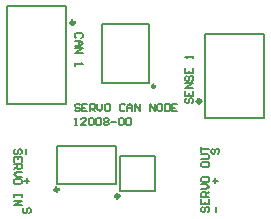
<source format=gto>
%FSAX24Y24*%
%MOIN*%
G70*
G01*
G75*
G04 Layer_Color=65535*
%ADD10R,0.0866X0.0394*%
%ADD11R,0.0669X0.0236*%
%ADD12R,0.0236X0.0197*%
%ADD13R,0.0630X0.0551*%
%ADD14R,0.0169X0.0433*%
%ADD15R,0.0197X0.0217*%
%ADD16R,0.0354X0.0472*%
%ADD17R,0.0787X0.0236*%
%ADD18C,0.0080*%
%ADD19C,0.0400*%
%ADD20C,0.0160*%
%ADD21C,0.0598*%
%ADD22C,0.0181*%
%ADD23R,0.0236X0.0669*%
%ADD24R,0.0394X0.0866*%
%ADD25R,0.0217X0.0197*%
%ADD26R,0.0197X0.0236*%
%ADD27R,0.0315X0.0295*%
%ADD28R,0.1654X0.1654*%
%ADD29R,0.0335X0.0157*%
%ADD30R,0.0157X0.0335*%
%ADD31C,0.0100*%
%ADD32C,0.0138*%
%ADD33C,0.0098*%
%ADD34C,0.0051*%
%ADD35C,0.0079*%
%ADD36C,0.0050*%
D32*
X012209Y016787D02*
G03*
X012209Y016787I-000061J000000D01*
G01*
X016423Y014171D02*
G03*
X016423Y014171I-000061J000000D01*
G01*
X011671Y011223D02*
G03*
X011671Y011223I-000056J000000D01*
G01*
X013694Y011004D02*
G03*
X013694Y011004I-000056J000000D01*
G01*
D33*
X014894Y014665D02*
G03*
X014894Y014665I-000049J000000D01*
G01*
D34*
X009969Y014062D02*
Y017353D01*
X009970Y017354D01*
X011935D01*
X011940Y017349D01*
Y014062D02*
Y017349D01*
X009969Y014062D02*
X011940D01*
X016574Y016398D02*
X018541D01*
X016570Y016394D02*
X016574Y016398D01*
X016570Y013609D02*
Y016394D01*
Y013609D02*
X016575Y013604D01*
X018540D01*
X018541Y013605D01*
Y016398D01*
X011616Y012680D02*
X013584D01*
Y011420D02*
Y012680D01*
X011616Y011420D02*
X013584D01*
X011616D02*
Y012680D01*
X013717Y011161D02*
Y012342D01*
Y011161D02*
X014899D01*
Y012342D01*
X013717D02*
X014899D01*
D35*
X013113Y016734D02*
X014687D01*
X013113Y014766D02*
X014687D01*
X013113D02*
Y016734D01*
X014687Y014766D02*
Y016734D01*
D36*
X012222Y013359D02*
X012305D01*
X012263D01*
Y013609D01*
X012222Y013567D01*
X012596Y013359D02*
X012430D01*
X012596Y013525D01*
Y013567D01*
X012555Y013609D01*
X012472D01*
X012430Y013567D01*
X012680D02*
X012721Y013609D01*
X012805D01*
X012846Y013567D01*
Y013400D01*
X012805Y013359D01*
X012721D01*
X012680Y013400D01*
Y013567D01*
X012930D02*
X012971Y013609D01*
X013055D01*
X013096Y013567D01*
Y013400D01*
X013055Y013359D01*
X012971D01*
X012930Y013400D01*
Y013567D01*
X013180D02*
X013221Y013609D01*
X013305D01*
X013346Y013567D01*
Y013525D01*
X013305Y013484D01*
X013346Y013442D01*
Y013400D01*
X013305Y013359D01*
X013221D01*
X013180Y013400D01*
Y013442D01*
X013221Y013484D01*
X013180Y013525D01*
Y013567D01*
X013221Y013484D02*
X013305D01*
X013430D02*
X013596D01*
X013679Y013567D02*
X013721Y013609D01*
X013804D01*
X013846Y013567D01*
Y013400D01*
X013804Y013359D01*
X013721D01*
X013679Y013400D01*
Y013567D01*
X013929D02*
X013971Y013609D01*
X014054D01*
X014096Y013567D01*
Y013400D01*
X014054Y013359D01*
X013971D01*
X013929Y013400D01*
Y013567D01*
X012388Y014038D02*
X012347Y014079D01*
X012263D01*
X012222Y014038D01*
Y013996D01*
X012263Y013954D01*
X012347D01*
X012388Y013913D01*
Y013871D01*
X012347Y013829D01*
X012263D01*
X012222Y013871D01*
X012638Y014079D02*
X012472D01*
Y013829D01*
X012638D01*
X012472Y013954D02*
X012555D01*
X012721Y013829D02*
Y014079D01*
X012846D01*
X012888Y014038D01*
Y013954D01*
X012846Y013913D01*
X012721D01*
X012805D02*
X012888Y013829D01*
X012971Y014079D02*
Y013913D01*
X013055Y013829D01*
X013138Y013913D01*
Y014079D01*
X013346D02*
X013263D01*
X013221Y014038D01*
Y013871D01*
X013263Y013829D01*
X013346D01*
X013388Y013871D01*
Y014038D01*
X013346Y014079D01*
X013888Y014038D02*
X013846Y014079D01*
X013763D01*
X013721Y014038D01*
Y013871D01*
X013763Y013829D01*
X013846D01*
X013888Y013871D01*
X013971Y013829D02*
Y013996D01*
X014054Y014079D01*
X014138Y013996D01*
Y013829D01*
Y013954D01*
X013971D01*
X014221Y013829D02*
Y014079D01*
X014388Y013829D01*
Y014079D01*
X014721Y013829D02*
Y014079D01*
X014887Y013829D01*
Y014079D01*
X015096D02*
X015012D01*
X014971Y014038D01*
Y013871D01*
X015012Y013829D01*
X015096D01*
X015137Y013871D01*
Y014038D01*
X015096Y014079D01*
X015221D02*
Y013829D01*
X015346D01*
X015387Y013871D01*
Y014038D01*
X015346Y014079D01*
X015221D01*
X015637D02*
X015471D01*
Y013829D01*
X015637D01*
X015471Y013954D02*
X015554D01*
X015946Y014264D02*
X015904Y014222D01*
Y014139D01*
X015946Y014097D01*
X015988D01*
X016029Y014139D01*
Y014222D01*
X016071Y014264D01*
X016113D01*
X016154Y014222D01*
Y014139D01*
X016113Y014097D01*
X015904Y014514D02*
Y014347D01*
X016154D01*
Y014514D01*
X016029Y014347D02*
Y014430D01*
X016154Y014597D02*
X015904D01*
X016154Y014763D01*
X015904D01*
X015946Y015013D02*
X015904Y014972D01*
Y014888D01*
X015946Y014847D01*
X015988D01*
X016029Y014888D01*
Y014972D01*
X016071Y015013D01*
X016113D01*
X016154Y014972D01*
Y014888D01*
X016113Y014847D01*
X015904Y015263D02*
Y015097D01*
X016154D01*
Y015263D01*
X016029Y015097D02*
Y015180D01*
X016154Y015596D02*
Y015680D01*
Y015638D01*
X015904D01*
X015946Y015596D01*
X012436Y016269D02*
X012478Y016311D01*
Y016394D01*
X012436Y016436D01*
X012269D01*
X012228Y016394D01*
Y016311D01*
X012269Y016269D01*
X012228Y016186D02*
X012394D01*
X012478Y016103D01*
X012394Y016019D01*
X012228D01*
X012353D01*
Y016186D01*
X012228Y015936D02*
X012478D01*
X012228Y015769D01*
X012478D01*
X012228Y015436D02*
Y015353D01*
Y015395D01*
X012478D01*
X012436Y015436D01*
X010605Y012563D02*
Y012397D01*
X010618Y011598D02*
Y011432D01*
X010701Y011515D02*
X010535D01*
X010708Y010441D02*
X010750Y010483D01*
Y010566D01*
X010708Y010608D01*
X010666D01*
X010625Y010566D01*
Y010483D01*
X010583Y010441D01*
X010541D01*
X010500Y010483D01*
Y010566D01*
X010541Y010608D01*
X016812Y012588D02*
X016770Y012546D01*
Y012463D01*
X016812Y012421D01*
X016854D01*
X016895Y012463D01*
Y012546D01*
X016937Y012588D01*
X016979D01*
X017020Y012546D01*
Y012463D01*
X016979Y012421D01*
X016902Y011431D02*
Y011597D01*
X016819Y011514D02*
X016985D01*
X016915Y010466D02*
Y010632D01*
X016484Y010645D02*
X016442Y010603D01*
Y010520D01*
X016484Y010479D01*
X016526D01*
X016567Y010520D01*
Y010603D01*
X016609Y010645D01*
X016651D01*
X016692Y010603D01*
Y010520D01*
X016651Y010479D01*
X016442Y010895D02*
Y010728D01*
X016692D01*
Y010895D01*
X016567Y010728D02*
Y010812D01*
X016692Y010978D02*
X016442D01*
Y011103D01*
X016484Y011145D01*
X016567D01*
X016609Y011103D01*
Y010978D01*
Y011062D02*
X016692Y011145D01*
X016442Y011228D02*
X016609D01*
X016692Y011312D01*
X016609Y011395D01*
X016442D01*
Y011603D02*
Y011520D01*
X016484Y011478D01*
X016651D01*
X016692Y011520D01*
Y011603D01*
X016651Y011645D01*
X016484D01*
X016442Y011603D01*
Y012103D02*
Y012020D01*
X016484Y011978D01*
X016651D01*
X016692Y012020D01*
Y012103D01*
X016651Y012145D01*
X016484D01*
X016442Y012103D01*
Y012228D02*
X016651D01*
X016692Y012270D01*
Y012353D01*
X016651Y012395D01*
X016442D01*
Y012478D02*
Y012644D01*
Y012561D01*
X016692D01*
X010410Y012399D02*
X010452Y012441D01*
Y012524D01*
X010410Y012566D01*
X010369D01*
X010327Y012524D01*
Y012441D01*
X010285Y012399D01*
X010244D01*
X010202Y012441D01*
Y012524D01*
X010244Y012566D01*
X010452Y012150D02*
Y012316D01*
X010202D01*
Y012150D01*
X010327Y012316D02*
Y012233D01*
X010202Y012066D02*
X010452D01*
Y011941D01*
X010410Y011900D01*
X010327D01*
X010285Y011941D01*
Y012066D01*
Y011983D02*
X010202Y011900D01*
X010452Y011816D02*
X010285D01*
X010202Y011733D01*
X010285Y011650D01*
X010452D01*
Y011441D02*
Y011525D01*
X010410Y011566D01*
X010244D01*
X010202Y011525D01*
Y011441D01*
X010244Y011400D01*
X010410D01*
X010452Y011441D01*
Y011067D02*
Y010983D01*
Y011025D01*
X010202D01*
Y011067D01*
Y010983D01*
Y010858D02*
X010452D01*
X010202Y010692D01*
X010452D01*
M02*

</source>
